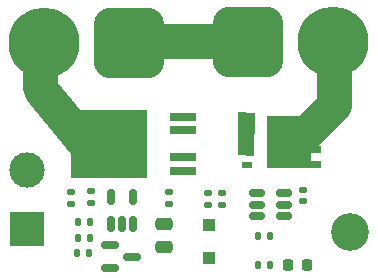
<source format=gbr>
%TF.GenerationSoftware,KiCad,Pcbnew,(6.0.6)*%
%TF.CreationDate,2022-10-10T16:19:53+08:00*%
%TF.ProjectId,NMOS_SWITCH,4e4d4f53-5f53-4574-9954-43482e6b6963,rev?*%
%TF.SameCoordinates,Original*%
%TF.FileFunction,Soldermask,Top*%
%TF.FilePolarity,Negative*%
%FSLAX46Y46*%
G04 Gerber Fmt 4.6, Leading zero omitted, Abs format (unit mm)*
G04 Created by KiCad (PCBNEW (6.0.6)) date 2022-10-10 16:19:53*
%MOMM*%
%LPD*%
G01*
G04 APERTURE LIST*
G04 Aperture macros list*
%AMRoundRect*
0 Rectangle with rounded corners*
0 $1 Rounding radius*
0 $2 $3 $4 $5 $6 $7 $8 $9 X,Y pos of 4 corners*
0 Add a 4 corners polygon primitive as box body*
4,1,4,$2,$3,$4,$5,$6,$7,$8,$9,$2,$3,0*
0 Add four circle primitives for the rounded corners*
1,1,$1+$1,$2,$3*
1,1,$1+$1,$4,$5*
1,1,$1+$1,$6,$7*
1,1,$1+$1,$8,$9*
0 Add four rect primitives between the rounded corners*
20,1,$1+$1,$2,$3,$4,$5,0*
20,1,$1+$1,$4,$5,$6,$7,0*
20,1,$1+$1,$6,$7,$8,$9,0*
20,1,$1+$1,$8,$9,$2,$3,0*%
%AMFreePoly0*
4,1,17,2.675000,1.605000,1.875000,1.605000,1.875000,0.935000,2.675000,0.935000,2.675000,0.335000,1.875000,0.335000,1.875000,-0.335000,2.675000,-0.335000,2.675000,-0.935000,1.875000,-0.935000,1.875000,-1.605000,2.675000,-1.605000,2.675000,-2.205000,-1.875000,-2.205000,-1.875000,2.205000,2.675000,2.205000,2.675000,1.605000,2.675000,1.605000,$1*%
G04 Aperture macros list end*
%ADD10C,3.000000*%
%ADD11C,0.100000*%
%ADD12R,3.000000X3.000000*%
%ADD13C,3.000000*%
%ADD14RoundRect,0.135000X-0.135000X-0.185000X0.135000X-0.185000X0.135000X0.185000X-0.135000X0.185000X0*%
%ADD15RoundRect,0.135000X0.135000X0.185000X-0.135000X0.185000X-0.135000X-0.185000X0.135000X-0.185000X0*%
%ADD16FreePoly0,0.000000*%
%ADD17R,0.850000X0.500000*%
%ADD18R,2.200000X0.800000*%
%ADD19R,6.400000X5.800000*%
%ADD20C,3.200000*%
%ADD21RoundRect,0.250000X0.475000X-0.250000X0.475000X0.250000X-0.475000X0.250000X-0.475000X-0.250000X0*%
%ADD22RoundRect,0.135000X0.185000X-0.135000X0.185000X0.135000X-0.185000X0.135000X-0.185000X-0.135000X0*%
%ADD23RoundRect,0.218750X0.218750X0.256250X-0.218750X0.256250X-0.218750X-0.256250X0.218750X-0.256250X0*%
%ADD24RoundRect,0.135000X-0.185000X0.135000X-0.185000X-0.135000X0.185000X-0.135000X0.185000X0.135000X0*%
%ADD25R,1.100000X1.100000*%
%ADD26RoundRect,0.150000X-0.587500X-0.150000X0.587500X-0.150000X0.587500X0.150000X-0.587500X0.150000X0*%
%ADD27RoundRect,0.150000X0.512500X0.150000X-0.512500X0.150000X-0.512500X-0.150000X0.512500X-0.150000X0*%
%ADD28RoundRect,0.150000X0.150000X-0.512500X0.150000X0.512500X-0.150000X0.512500X-0.150000X-0.512500X0*%
%ADD29RoundRect,0.140000X0.170000X-0.140000X0.170000X0.140000X-0.170000X0.140000X-0.170000X-0.140000X0*%
%ADD30RoundRect,1.500000X1.500000X1.500000X-1.500000X1.500000X-1.500000X-1.500000X1.500000X-1.500000X0*%
%ADD31C,6.000000*%
%ADD32RoundRect,1.500000X-1.500000X-1.500000X1.500000X-1.500000X1.500000X1.500000X-1.500000X1.500000X0*%
G04 APERTURE END LIST*
D10*
X168300000Y-92800000D02*
X164975000Y-96125000D01*
D11*
G36*
X161550000Y-93400000D02*
G01*
X161525000Y-96975000D01*
X160175000Y-96925000D01*
X160175000Y-93375000D01*
X161550000Y-93400000D01*
G37*
X161550000Y-93400000D02*
X161525000Y-96975000D01*
X160175000Y-96925000D01*
X160175000Y-93375000D01*
X161550000Y-93400000D01*
D10*
X151275000Y-87350000D02*
X161325000Y-87375000D01*
X168300000Y-87425000D02*
X168300000Y-92800000D01*
X143475000Y-91275000D02*
X143475000Y-87875000D01*
X148150000Y-97175000D02*
X143550000Y-91500000D01*
D12*
%TO.C,J1*%
X142325000Y-103300000D03*
D13*
X142325000Y-98300000D03*
%TD*%
D14*
%TO.C,R10*%
X146690000Y-104000000D03*
X147710000Y-104000000D03*
%TD*%
%TO.C,R11*%
X146590000Y-105275000D03*
X147610000Y-105275000D03*
%TD*%
D15*
%TO.C,R8*%
X162960000Y-103825000D03*
X161940000Y-103825000D03*
%TD*%
D16*
%TO.C,Q2*%
X164500000Y-95900000D03*
D17*
X160950000Y-93995000D03*
X160950000Y-95265000D03*
X160950000Y-96535000D03*
X160950000Y-97805000D03*
%TD*%
D18*
%TO.C,U1*%
X155550000Y-98330000D03*
X155550000Y-97190000D03*
D19*
X149250000Y-96050000D03*
D18*
X155550000Y-94910000D03*
X155550000Y-93770000D03*
%TD*%
D20*
%TO.C,H1*%
X169700000Y-103525000D03*
%TD*%
D21*
%TO.C,C1*%
X153975000Y-104750000D03*
X153975000Y-102850000D03*
%TD*%
D22*
%TO.C,R1*%
X146050000Y-101110000D03*
X146050000Y-100090000D03*
%TD*%
D23*
%TO.C,D3*%
X166037500Y-106325000D03*
X164462500Y-106325000D03*
%TD*%
D24*
%TO.C,R2*%
X147750000Y-100015000D03*
X147750000Y-101035000D03*
%TD*%
D22*
%TO.C,R4*%
X154375000Y-101135000D03*
X154375000Y-100115000D03*
%TD*%
D25*
%TO.C,D2*%
X157725000Y-102900000D03*
X157725000Y-105700000D03*
%TD*%
D24*
%TO.C,R6*%
X157700000Y-100215000D03*
X157700000Y-101235000D03*
%TD*%
D26*
%TO.C,Q1*%
X149387500Y-104650000D03*
X149387500Y-106550000D03*
X151262500Y-105600000D03*
%TD*%
D27*
%TO.C,U2*%
X164137500Y-102150000D03*
X164137500Y-101200000D03*
X164137500Y-100250000D03*
X161862500Y-100250000D03*
X161862500Y-101200000D03*
X161862500Y-102150000D03*
%TD*%
D28*
%TO.C,U3*%
X149450000Y-102837500D03*
X150400000Y-102837500D03*
X151350000Y-102837500D03*
X151350000Y-100562500D03*
X149450000Y-100562500D03*
%TD*%
D22*
%TO.C,R5*%
X158850000Y-101260000D03*
X158850000Y-100240000D03*
%TD*%
D14*
%TO.C,R7*%
X161915000Y-106275000D03*
X162935000Y-106275000D03*
%TD*%
D29*
%TO.C,C2*%
X165675000Y-100905000D03*
X165675000Y-99945000D03*
%TD*%
D30*
%TO.C,J2*%
X151025000Y-87550000D03*
D31*
X143825000Y-87550000D03*
%TD*%
D32*
%TO.C,J3*%
X161025000Y-87400000D03*
D31*
X168225000Y-87400000D03*
%TD*%
D15*
%TO.C,R9*%
X147710000Y-102650000D03*
X146690000Y-102650000D03*
%TD*%
M02*

</source>
